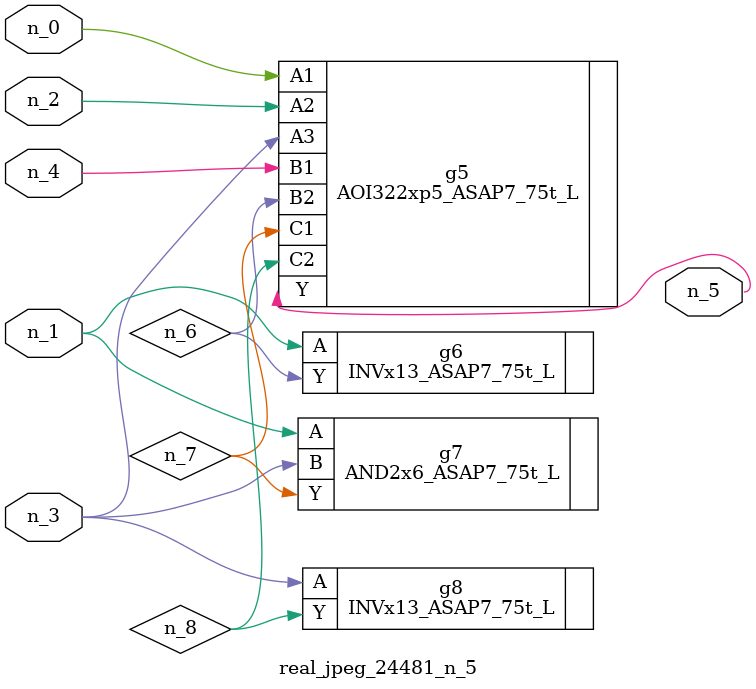
<source format=v>
module real_jpeg_24481_n_5 (n_4, n_0, n_1, n_2, n_3, n_5);

input n_4;
input n_0;
input n_1;
input n_2;
input n_3;

output n_5;

wire n_8;
wire n_6;
wire n_7;

AOI322xp5_ASAP7_75t_L g5 ( 
.A1(n_0),
.A2(n_2),
.A3(n_3),
.B1(n_4),
.B2(n_6),
.C1(n_7),
.C2(n_8),
.Y(n_5)
);

INVx13_ASAP7_75t_L g6 ( 
.A(n_1),
.Y(n_6)
);

AND2x6_ASAP7_75t_L g7 ( 
.A(n_1),
.B(n_3),
.Y(n_7)
);

INVx13_ASAP7_75t_L g8 ( 
.A(n_3),
.Y(n_8)
);


endmodule
</source>
